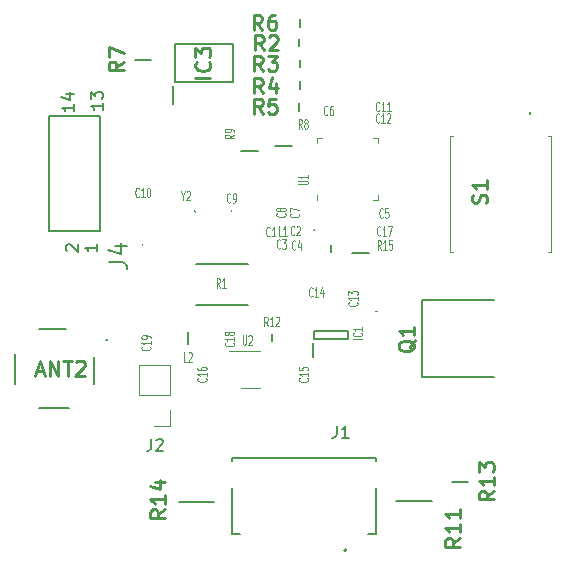
<source format=gbr>
%TF.GenerationSoftware,KiCad,Pcbnew,7.0.6*%
%TF.CreationDate,2023-08-07T11:18:25-05:00*%
%TF.ProjectId,mainv2,6d61696e-7632-42e6-9b69-6361645f7063,rev?*%
%TF.SameCoordinates,Original*%
%TF.FileFunction,Legend,Top*%
%TF.FilePolarity,Positive*%
%FSLAX46Y46*%
G04 Gerber Fmt 4.6, Leading zero omitted, Abs format (unit mm)*
G04 Created by KiCad (PCBNEW 7.0.6) date 2023-08-07 11:18:25*
%MOMM*%
%LPD*%
G01*
G04 APERTURE LIST*
%ADD10C,0.125000*%
%ADD11C,0.080000*%
%ADD12C,0.254000*%
%ADD13C,0.150000*%
%ADD14C,0.200000*%
%ADD15C,0.100000*%
%ADD16C,0.120000*%
%ADD17C,0.127000*%
G04 APERTURE END LIST*
D10*
X153666666Y-96127404D02*
X153642857Y-96165500D01*
X153642857Y-96165500D02*
X153571428Y-96203595D01*
X153571428Y-96203595D02*
X153523809Y-96203595D01*
X153523809Y-96203595D02*
X153452381Y-96165500D01*
X153452381Y-96165500D02*
X153404762Y-96089309D01*
X153404762Y-96089309D02*
X153380952Y-96013119D01*
X153380952Y-96013119D02*
X153357143Y-95860738D01*
X153357143Y-95860738D02*
X153357143Y-95746452D01*
X153357143Y-95746452D02*
X153380952Y-95594071D01*
X153380952Y-95594071D02*
X153404762Y-95517880D01*
X153404762Y-95517880D02*
X153452381Y-95441690D01*
X153452381Y-95441690D02*
X153523809Y-95403595D01*
X153523809Y-95403595D02*
X153571428Y-95403595D01*
X153571428Y-95403595D02*
X153642857Y-95441690D01*
X153642857Y-95441690D02*
X153666666Y-95479785D01*
X154095238Y-95670261D02*
X154095238Y-96203595D01*
X153976190Y-95365500D02*
X153857143Y-95936928D01*
X153857143Y-95936928D02*
X154166666Y-95936928D01*
X146077404Y-107091428D02*
X146115500Y-107115237D01*
X146115500Y-107115237D02*
X146153595Y-107186666D01*
X146153595Y-107186666D02*
X146153595Y-107234285D01*
X146153595Y-107234285D02*
X146115500Y-107305713D01*
X146115500Y-107305713D02*
X146039309Y-107353332D01*
X146039309Y-107353332D02*
X145963119Y-107377142D01*
X145963119Y-107377142D02*
X145810738Y-107400951D01*
X145810738Y-107400951D02*
X145696452Y-107400951D01*
X145696452Y-107400951D02*
X145544071Y-107377142D01*
X145544071Y-107377142D02*
X145467880Y-107353332D01*
X145467880Y-107353332D02*
X145391690Y-107305713D01*
X145391690Y-107305713D02*
X145353595Y-107234285D01*
X145353595Y-107234285D02*
X145353595Y-107186666D01*
X145353595Y-107186666D02*
X145391690Y-107115237D01*
X145391690Y-107115237D02*
X145429785Y-107091428D01*
X146153595Y-106615237D02*
X146153595Y-106900951D01*
X146153595Y-106758094D02*
X145353595Y-106758094D01*
X145353595Y-106758094D02*
X145467880Y-106805713D01*
X145467880Y-106805713D02*
X145544071Y-106853332D01*
X145544071Y-106853332D02*
X145582166Y-106900951D01*
X145353595Y-106186666D02*
X145353595Y-106281904D01*
X145353595Y-106281904D02*
X145391690Y-106329523D01*
X145391690Y-106329523D02*
X145429785Y-106353333D01*
X145429785Y-106353333D02*
X145544071Y-106400952D01*
X145544071Y-106400952D02*
X145696452Y-106424761D01*
X145696452Y-106424761D02*
X146001214Y-106424761D01*
X146001214Y-106424761D02*
X146077404Y-106400952D01*
X146077404Y-106400952D02*
X146115500Y-106377142D01*
X146115500Y-106377142D02*
X146153595Y-106329523D01*
X146153595Y-106329523D02*
X146153595Y-106234285D01*
X146153595Y-106234285D02*
X146115500Y-106186666D01*
X146115500Y-106186666D02*
X146077404Y-106162857D01*
X146077404Y-106162857D02*
X146001214Y-106139047D01*
X146001214Y-106139047D02*
X145810738Y-106139047D01*
X145810738Y-106139047D02*
X145734547Y-106162857D01*
X145734547Y-106162857D02*
X145696452Y-106186666D01*
X145696452Y-106186666D02*
X145658357Y-106234285D01*
X145658357Y-106234285D02*
X145658357Y-106329523D01*
X145658357Y-106329523D02*
X145696452Y-106377142D01*
X145696452Y-106377142D02*
X145734547Y-106400952D01*
X145734547Y-106400952D02*
X145810738Y-106424761D01*
X151486666Y-95007404D02*
X151462857Y-95045500D01*
X151462857Y-95045500D02*
X151391428Y-95083595D01*
X151391428Y-95083595D02*
X151343809Y-95083595D01*
X151343809Y-95083595D02*
X151272381Y-95045500D01*
X151272381Y-95045500D02*
X151224762Y-94969309D01*
X151224762Y-94969309D02*
X151200952Y-94893119D01*
X151200952Y-94893119D02*
X151177143Y-94740738D01*
X151177143Y-94740738D02*
X151177143Y-94626452D01*
X151177143Y-94626452D02*
X151200952Y-94474071D01*
X151200952Y-94474071D02*
X151224762Y-94397880D01*
X151224762Y-94397880D02*
X151272381Y-94321690D01*
X151272381Y-94321690D02*
X151343809Y-94283595D01*
X151343809Y-94283595D02*
X151391428Y-94283595D01*
X151391428Y-94283595D02*
X151462857Y-94321690D01*
X151462857Y-94321690D02*
X151486666Y-94359785D01*
X151962857Y-95083595D02*
X151677143Y-95083595D01*
X151820000Y-95083595D02*
X151820000Y-94283595D01*
X151820000Y-94283595D02*
X151772381Y-94397880D01*
X151772381Y-94397880D02*
X151724762Y-94474071D01*
X151724762Y-94474071D02*
X151677143Y-94512166D01*
X158847404Y-100661428D02*
X158885500Y-100685237D01*
X158885500Y-100685237D02*
X158923595Y-100756666D01*
X158923595Y-100756666D02*
X158923595Y-100804285D01*
X158923595Y-100804285D02*
X158885500Y-100875713D01*
X158885500Y-100875713D02*
X158809309Y-100923332D01*
X158809309Y-100923332D02*
X158733119Y-100947142D01*
X158733119Y-100947142D02*
X158580738Y-100970951D01*
X158580738Y-100970951D02*
X158466452Y-100970951D01*
X158466452Y-100970951D02*
X158314071Y-100947142D01*
X158314071Y-100947142D02*
X158237880Y-100923332D01*
X158237880Y-100923332D02*
X158161690Y-100875713D01*
X158161690Y-100875713D02*
X158123595Y-100804285D01*
X158123595Y-100804285D02*
X158123595Y-100756666D01*
X158123595Y-100756666D02*
X158161690Y-100685237D01*
X158161690Y-100685237D02*
X158199785Y-100661428D01*
X158923595Y-100185237D02*
X158923595Y-100470951D01*
X158923595Y-100328094D02*
X158123595Y-100328094D01*
X158123595Y-100328094D02*
X158237880Y-100375713D01*
X158237880Y-100375713D02*
X158314071Y-100423332D01*
X158314071Y-100423332D02*
X158352166Y-100470951D01*
X158123595Y-100018571D02*
X158123595Y-99709047D01*
X158123595Y-99709047D02*
X158428357Y-99875714D01*
X158428357Y-99875714D02*
X158428357Y-99804285D01*
X158428357Y-99804285D02*
X158466452Y-99756666D01*
X158466452Y-99756666D02*
X158504547Y-99732857D01*
X158504547Y-99732857D02*
X158580738Y-99709047D01*
X158580738Y-99709047D02*
X158771214Y-99709047D01*
X158771214Y-99709047D02*
X158847404Y-99732857D01*
X158847404Y-99732857D02*
X158885500Y-99756666D01*
X158885500Y-99756666D02*
X158923595Y-99804285D01*
X158923595Y-99804285D02*
X158923595Y-99947142D01*
X158923595Y-99947142D02*
X158885500Y-99994761D01*
X158885500Y-99994761D02*
X158847404Y-100018571D01*
X160768571Y-84397404D02*
X160744762Y-84435500D01*
X160744762Y-84435500D02*
X160673333Y-84473595D01*
X160673333Y-84473595D02*
X160625714Y-84473595D01*
X160625714Y-84473595D02*
X160554286Y-84435500D01*
X160554286Y-84435500D02*
X160506667Y-84359309D01*
X160506667Y-84359309D02*
X160482857Y-84283119D01*
X160482857Y-84283119D02*
X160459048Y-84130738D01*
X160459048Y-84130738D02*
X160459048Y-84016452D01*
X160459048Y-84016452D02*
X160482857Y-83864071D01*
X160482857Y-83864071D02*
X160506667Y-83787880D01*
X160506667Y-83787880D02*
X160554286Y-83711690D01*
X160554286Y-83711690D02*
X160625714Y-83673595D01*
X160625714Y-83673595D02*
X160673333Y-83673595D01*
X160673333Y-83673595D02*
X160744762Y-83711690D01*
X160744762Y-83711690D02*
X160768571Y-83749785D01*
X161244762Y-84473595D02*
X160959048Y-84473595D01*
X161101905Y-84473595D02*
X161101905Y-83673595D01*
X161101905Y-83673595D02*
X161054286Y-83787880D01*
X161054286Y-83787880D02*
X161006667Y-83864071D01*
X161006667Y-83864071D02*
X160959048Y-83902166D01*
X161720952Y-84473595D02*
X161435238Y-84473595D01*
X161578095Y-84473595D02*
X161578095Y-83673595D01*
X161578095Y-83673595D02*
X161530476Y-83787880D01*
X161530476Y-83787880D02*
X161482857Y-83864071D01*
X161482857Y-83864071D02*
X161435238Y-83902166D01*
D11*
X154679744Y-107081428D02*
X154717840Y-107105237D01*
X154717840Y-107105237D02*
X154755935Y-107176666D01*
X154755935Y-107176666D02*
X154755935Y-107224285D01*
X154755935Y-107224285D02*
X154717840Y-107295713D01*
X154717840Y-107295713D02*
X154641649Y-107343332D01*
X154641649Y-107343332D02*
X154565459Y-107367142D01*
X154565459Y-107367142D02*
X154413078Y-107390951D01*
X154413078Y-107390951D02*
X154298792Y-107390951D01*
X154298792Y-107390951D02*
X154146411Y-107367142D01*
X154146411Y-107367142D02*
X154070220Y-107343332D01*
X154070220Y-107343332D02*
X153994030Y-107295713D01*
X153994030Y-107295713D02*
X153955935Y-107224285D01*
X153955935Y-107224285D02*
X153955935Y-107176666D01*
X153955935Y-107176666D02*
X153994030Y-107105237D01*
X153994030Y-107105237D02*
X154032125Y-107081428D01*
X154755935Y-106605237D02*
X154755935Y-106890951D01*
X154755935Y-106748094D02*
X153955935Y-106748094D01*
X153955935Y-106748094D02*
X154070220Y-106795713D01*
X154070220Y-106795713D02*
X154146411Y-106843332D01*
X154146411Y-106843332D02*
X154184506Y-106890951D01*
X153955935Y-106152857D02*
X153955935Y-106390952D01*
X153955935Y-106390952D02*
X154336887Y-106414761D01*
X154336887Y-106414761D02*
X154298792Y-106390952D01*
X154298792Y-106390952D02*
X154260697Y-106343333D01*
X154260697Y-106343333D02*
X154260697Y-106224285D01*
X154260697Y-106224285D02*
X154298792Y-106176666D01*
X154298792Y-106176666D02*
X154336887Y-106152857D01*
X154336887Y-106152857D02*
X154413078Y-106129047D01*
X154413078Y-106129047D02*
X154603554Y-106129047D01*
X154603554Y-106129047D02*
X154679744Y-106152857D01*
X154679744Y-106152857D02*
X154717840Y-106176666D01*
X154717840Y-106176666D02*
X154755935Y-106224285D01*
X154755935Y-106224285D02*
X154755935Y-106343333D01*
X154755935Y-106343333D02*
X154717840Y-106390952D01*
X154717840Y-106390952D02*
X154679744Y-106414761D01*
D10*
X160758571Y-85367404D02*
X160734762Y-85405500D01*
X160734762Y-85405500D02*
X160663333Y-85443595D01*
X160663333Y-85443595D02*
X160615714Y-85443595D01*
X160615714Y-85443595D02*
X160544286Y-85405500D01*
X160544286Y-85405500D02*
X160496667Y-85329309D01*
X160496667Y-85329309D02*
X160472857Y-85253119D01*
X160472857Y-85253119D02*
X160449048Y-85100738D01*
X160449048Y-85100738D02*
X160449048Y-84986452D01*
X160449048Y-84986452D02*
X160472857Y-84834071D01*
X160472857Y-84834071D02*
X160496667Y-84757880D01*
X160496667Y-84757880D02*
X160544286Y-84681690D01*
X160544286Y-84681690D02*
X160615714Y-84643595D01*
X160615714Y-84643595D02*
X160663333Y-84643595D01*
X160663333Y-84643595D02*
X160734762Y-84681690D01*
X160734762Y-84681690D02*
X160758571Y-84719785D01*
X161234762Y-85443595D02*
X160949048Y-85443595D01*
X161091905Y-85443595D02*
X161091905Y-84643595D01*
X161091905Y-84643595D02*
X161044286Y-84757880D01*
X161044286Y-84757880D02*
X160996667Y-84834071D01*
X160996667Y-84834071D02*
X160949048Y-84872166D01*
X161425238Y-84719785D02*
X161449047Y-84681690D01*
X161449047Y-84681690D02*
X161496666Y-84643595D01*
X161496666Y-84643595D02*
X161615714Y-84643595D01*
X161615714Y-84643595D02*
X161663333Y-84681690D01*
X161663333Y-84681690D02*
X161687142Y-84719785D01*
X161687142Y-84719785D02*
X161710952Y-84795976D01*
X161710952Y-84795976D02*
X161710952Y-84872166D01*
X161710952Y-84872166D02*
X161687142Y-84986452D01*
X161687142Y-84986452D02*
X161401428Y-85443595D01*
X161401428Y-85443595D02*
X161710952Y-85443595D01*
D12*
X170474318Y-116616428D02*
X169869556Y-117039762D01*
X170474318Y-117342143D02*
X169204318Y-117342143D01*
X169204318Y-117342143D02*
X169204318Y-116858333D01*
X169204318Y-116858333D02*
X169264794Y-116737381D01*
X169264794Y-116737381D02*
X169325270Y-116676904D01*
X169325270Y-116676904D02*
X169446222Y-116616428D01*
X169446222Y-116616428D02*
X169627651Y-116616428D01*
X169627651Y-116616428D02*
X169748603Y-116676904D01*
X169748603Y-116676904D02*
X169809080Y-116737381D01*
X169809080Y-116737381D02*
X169869556Y-116858333D01*
X169869556Y-116858333D02*
X169869556Y-117342143D01*
X170474318Y-115406904D02*
X170474318Y-116132619D01*
X170474318Y-115769762D02*
X169204318Y-115769762D01*
X169204318Y-115769762D02*
X169385746Y-115890714D01*
X169385746Y-115890714D02*
X169506699Y-116011666D01*
X169506699Y-116011666D02*
X169567175Y-116132619D01*
X169204318Y-114983571D02*
X169204318Y-114197380D01*
X169204318Y-114197380D02*
X169688127Y-114620714D01*
X169688127Y-114620714D02*
X169688127Y-114439285D01*
X169688127Y-114439285D02*
X169748603Y-114318333D01*
X169748603Y-114318333D02*
X169809080Y-114257857D01*
X169809080Y-114257857D02*
X169930032Y-114197380D01*
X169930032Y-114197380D02*
X170232413Y-114197380D01*
X170232413Y-114197380D02*
X170353365Y-114257857D01*
X170353365Y-114257857D02*
X170413842Y-114318333D01*
X170413842Y-114318333D02*
X170474318Y-114439285D01*
X170474318Y-114439285D02*
X170474318Y-114802142D01*
X170474318Y-114802142D02*
X170413842Y-114923095D01*
X170413842Y-114923095D02*
X170353365Y-114983571D01*
D10*
X140408571Y-91677404D02*
X140384762Y-91715500D01*
X140384762Y-91715500D02*
X140313333Y-91753595D01*
X140313333Y-91753595D02*
X140265714Y-91753595D01*
X140265714Y-91753595D02*
X140194286Y-91715500D01*
X140194286Y-91715500D02*
X140146667Y-91639309D01*
X140146667Y-91639309D02*
X140122857Y-91563119D01*
X140122857Y-91563119D02*
X140099048Y-91410738D01*
X140099048Y-91410738D02*
X140099048Y-91296452D01*
X140099048Y-91296452D02*
X140122857Y-91144071D01*
X140122857Y-91144071D02*
X140146667Y-91067880D01*
X140146667Y-91067880D02*
X140194286Y-90991690D01*
X140194286Y-90991690D02*
X140265714Y-90953595D01*
X140265714Y-90953595D02*
X140313333Y-90953595D01*
X140313333Y-90953595D02*
X140384762Y-90991690D01*
X140384762Y-90991690D02*
X140408571Y-91029785D01*
X140884762Y-91753595D02*
X140599048Y-91753595D01*
X140741905Y-91753595D02*
X140741905Y-90953595D01*
X140741905Y-90953595D02*
X140694286Y-91067880D01*
X140694286Y-91067880D02*
X140646667Y-91144071D01*
X140646667Y-91144071D02*
X140599048Y-91182166D01*
X141194285Y-90953595D02*
X141241904Y-90953595D01*
X141241904Y-90953595D02*
X141289523Y-90991690D01*
X141289523Y-90991690D02*
X141313333Y-91029785D01*
X141313333Y-91029785D02*
X141337142Y-91105976D01*
X141337142Y-91105976D02*
X141360952Y-91258357D01*
X141360952Y-91258357D02*
X141360952Y-91448833D01*
X141360952Y-91448833D02*
X141337142Y-91601214D01*
X141337142Y-91601214D02*
X141313333Y-91677404D01*
X141313333Y-91677404D02*
X141289523Y-91715500D01*
X141289523Y-91715500D02*
X141241904Y-91753595D01*
X141241904Y-91753595D02*
X141194285Y-91753595D01*
X141194285Y-91753595D02*
X141146666Y-91715500D01*
X141146666Y-91715500D02*
X141122857Y-91677404D01*
X141122857Y-91677404D02*
X141099047Y-91601214D01*
X141099047Y-91601214D02*
X141075238Y-91448833D01*
X141075238Y-91448833D02*
X141075238Y-91258357D01*
X141075238Y-91258357D02*
X141099047Y-91105976D01*
X141099047Y-91105976D02*
X141122857Y-91029785D01*
X141122857Y-91029785D02*
X141146666Y-90991690D01*
X141146666Y-90991690D02*
X141194285Y-90953595D01*
X160908571Y-96193595D02*
X160741905Y-95812642D01*
X160622857Y-96193595D02*
X160622857Y-95393595D01*
X160622857Y-95393595D02*
X160813333Y-95393595D01*
X160813333Y-95393595D02*
X160860952Y-95431690D01*
X160860952Y-95431690D02*
X160884762Y-95469785D01*
X160884762Y-95469785D02*
X160908571Y-95545976D01*
X160908571Y-95545976D02*
X160908571Y-95660261D01*
X160908571Y-95660261D02*
X160884762Y-95736452D01*
X160884762Y-95736452D02*
X160860952Y-95774547D01*
X160860952Y-95774547D02*
X160813333Y-95812642D01*
X160813333Y-95812642D02*
X160622857Y-95812642D01*
X161384762Y-96193595D02*
X161099048Y-96193595D01*
X161241905Y-96193595D02*
X161241905Y-95393595D01*
X161241905Y-95393595D02*
X161194286Y-95507880D01*
X161194286Y-95507880D02*
X161146667Y-95584071D01*
X161146667Y-95584071D02*
X161099048Y-95622166D01*
X161837142Y-95393595D02*
X161599047Y-95393595D01*
X161599047Y-95393595D02*
X161575238Y-95774547D01*
X161575238Y-95774547D02*
X161599047Y-95736452D01*
X161599047Y-95736452D02*
X161646666Y-95698357D01*
X161646666Y-95698357D02*
X161765714Y-95698357D01*
X161765714Y-95698357D02*
X161813333Y-95736452D01*
X161813333Y-95736452D02*
X161837142Y-95774547D01*
X161837142Y-95774547D02*
X161860952Y-95850738D01*
X161860952Y-95850738D02*
X161860952Y-96041214D01*
X161860952Y-96041214D02*
X161837142Y-96117404D01*
X161837142Y-96117404D02*
X161813333Y-96155500D01*
X161813333Y-96155500D02*
X161765714Y-96193595D01*
X161765714Y-96193595D02*
X161646666Y-96193595D01*
X161646666Y-96193595D02*
X161599047Y-96155500D01*
X161599047Y-96155500D02*
X161575238Y-96117404D01*
X161066666Y-93417404D02*
X161042857Y-93455500D01*
X161042857Y-93455500D02*
X160971428Y-93493595D01*
X160971428Y-93493595D02*
X160923809Y-93493595D01*
X160923809Y-93493595D02*
X160852381Y-93455500D01*
X160852381Y-93455500D02*
X160804762Y-93379309D01*
X160804762Y-93379309D02*
X160780952Y-93303119D01*
X160780952Y-93303119D02*
X160757143Y-93150738D01*
X160757143Y-93150738D02*
X160757143Y-93036452D01*
X160757143Y-93036452D02*
X160780952Y-92884071D01*
X160780952Y-92884071D02*
X160804762Y-92807880D01*
X160804762Y-92807880D02*
X160852381Y-92731690D01*
X160852381Y-92731690D02*
X160923809Y-92693595D01*
X160923809Y-92693595D02*
X160971428Y-92693595D01*
X160971428Y-92693595D02*
X161042857Y-92731690D01*
X161042857Y-92731690D02*
X161066666Y-92769785D01*
X161519047Y-92693595D02*
X161280952Y-92693595D01*
X161280952Y-92693595D02*
X161257143Y-93074547D01*
X161257143Y-93074547D02*
X161280952Y-93036452D01*
X161280952Y-93036452D02*
X161328571Y-92998357D01*
X161328571Y-92998357D02*
X161447619Y-92998357D01*
X161447619Y-92998357D02*
X161495238Y-93036452D01*
X161495238Y-93036452D02*
X161519047Y-93074547D01*
X161519047Y-93074547D02*
X161542857Y-93150738D01*
X161542857Y-93150738D02*
X161542857Y-93341214D01*
X161542857Y-93341214D02*
X161519047Y-93417404D01*
X161519047Y-93417404D02*
X161495238Y-93455500D01*
X161495238Y-93455500D02*
X161447619Y-93493595D01*
X161447619Y-93493595D02*
X161328571Y-93493595D01*
X161328571Y-93493595D02*
X161280952Y-93455500D01*
X161280952Y-93455500D02*
X161257143Y-93417404D01*
D12*
X169803842Y-92257619D02*
X169864318Y-92076190D01*
X169864318Y-92076190D02*
X169864318Y-91773809D01*
X169864318Y-91773809D02*
X169803842Y-91652857D01*
X169803842Y-91652857D02*
X169743365Y-91592381D01*
X169743365Y-91592381D02*
X169622413Y-91531904D01*
X169622413Y-91531904D02*
X169501461Y-91531904D01*
X169501461Y-91531904D02*
X169380508Y-91592381D01*
X169380508Y-91592381D02*
X169320032Y-91652857D01*
X169320032Y-91652857D02*
X169259556Y-91773809D01*
X169259556Y-91773809D02*
X169199080Y-92015714D01*
X169199080Y-92015714D02*
X169138603Y-92136666D01*
X169138603Y-92136666D02*
X169078127Y-92197143D01*
X169078127Y-92197143D02*
X168957175Y-92257619D01*
X168957175Y-92257619D02*
X168836222Y-92257619D01*
X168836222Y-92257619D02*
X168715270Y-92197143D01*
X168715270Y-92197143D02*
X168654794Y-92136666D01*
X168654794Y-92136666D02*
X168594318Y-92015714D01*
X168594318Y-92015714D02*
X168594318Y-91713333D01*
X168594318Y-91713333D02*
X168654794Y-91531904D01*
X169864318Y-90322380D02*
X169864318Y-91048095D01*
X169864318Y-90685238D02*
X168594318Y-90685238D01*
X168594318Y-90685238D02*
X168775746Y-90806190D01*
X168775746Y-90806190D02*
X168896699Y-90927142D01*
X168896699Y-90927142D02*
X168957175Y-91048095D01*
D10*
X155108571Y-100097404D02*
X155084762Y-100135500D01*
X155084762Y-100135500D02*
X155013333Y-100173595D01*
X155013333Y-100173595D02*
X154965714Y-100173595D01*
X154965714Y-100173595D02*
X154894286Y-100135500D01*
X154894286Y-100135500D02*
X154846667Y-100059309D01*
X154846667Y-100059309D02*
X154822857Y-99983119D01*
X154822857Y-99983119D02*
X154799048Y-99830738D01*
X154799048Y-99830738D02*
X154799048Y-99716452D01*
X154799048Y-99716452D02*
X154822857Y-99564071D01*
X154822857Y-99564071D02*
X154846667Y-99487880D01*
X154846667Y-99487880D02*
X154894286Y-99411690D01*
X154894286Y-99411690D02*
X154965714Y-99373595D01*
X154965714Y-99373595D02*
X155013333Y-99373595D01*
X155013333Y-99373595D02*
X155084762Y-99411690D01*
X155084762Y-99411690D02*
X155108571Y-99449785D01*
X155584762Y-100173595D02*
X155299048Y-100173595D01*
X155441905Y-100173595D02*
X155441905Y-99373595D01*
X155441905Y-99373595D02*
X155394286Y-99487880D01*
X155394286Y-99487880D02*
X155346667Y-99564071D01*
X155346667Y-99564071D02*
X155299048Y-99602166D01*
X156013333Y-99640261D02*
X156013333Y-100173595D01*
X155894285Y-99335500D02*
X155775238Y-99906928D01*
X155775238Y-99906928D02*
X156084761Y-99906928D01*
X144141905Y-91632642D02*
X144141905Y-92013595D01*
X143975239Y-91213595D02*
X144141905Y-91632642D01*
X144141905Y-91632642D02*
X144308572Y-91213595D01*
X144451429Y-91289785D02*
X144475238Y-91251690D01*
X144475238Y-91251690D02*
X144522857Y-91213595D01*
X144522857Y-91213595D02*
X144641905Y-91213595D01*
X144641905Y-91213595D02*
X144689524Y-91251690D01*
X144689524Y-91251690D02*
X144713333Y-91289785D01*
X144713333Y-91289785D02*
X144737143Y-91365976D01*
X144737143Y-91365976D02*
X144737143Y-91442166D01*
X144737143Y-91442166D02*
X144713333Y-91556452D01*
X144713333Y-91556452D02*
X144427619Y-92013595D01*
X144427619Y-92013595D02*
X144737143Y-92013595D01*
D13*
X141446666Y-112229819D02*
X141446666Y-112944104D01*
X141446666Y-112944104D02*
X141399047Y-113086961D01*
X141399047Y-113086961D02*
X141303809Y-113182200D01*
X141303809Y-113182200D02*
X141160952Y-113229819D01*
X141160952Y-113229819D02*
X141065714Y-113229819D01*
X141875238Y-112325057D02*
X141922857Y-112277438D01*
X141922857Y-112277438D02*
X142018095Y-112229819D01*
X142018095Y-112229819D02*
X142256190Y-112229819D01*
X142256190Y-112229819D02*
X142351428Y-112277438D01*
X142351428Y-112277438D02*
X142399047Y-112325057D01*
X142399047Y-112325057D02*
X142446666Y-112420295D01*
X142446666Y-112420295D02*
X142446666Y-112515533D01*
X142446666Y-112515533D02*
X142399047Y-112658390D01*
X142399047Y-112658390D02*
X141827619Y-113229819D01*
X141827619Y-113229819D02*
X142446666Y-113229819D01*
D10*
X148473595Y-86453333D02*
X148092642Y-86619999D01*
X148473595Y-86739047D02*
X147673595Y-86739047D01*
X147673595Y-86739047D02*
X147673595Y-86548571D01*
X147673595Y-86548571D02*
X147711690Y-86500952D01*
X147711690Y-86500952D02*
X147749785Y-86477142D01*
X147749785Y-86477142D02*
X147825976Y-86453333D01*
X147825976Y-86453333D02*
X147940261Y-86453333D01*
X147940261Y-86453333D02*
X148016452Y-86477142D01*
X148016452Y-86477142D02*
X148054547Y-86500952D01*
X148054547Y-86500952D02*
X148092642Y-86548571D01*
X148092642Y-86548571D02*
X148092642Y-86739047D01*
X148473595Y-86215237D02*
X148473595Y-86119999D01*
X148473595Y-86119999D02*
X148435500Y-86072380D01*
X148435500Y-86072380D02*
X148397404Y-86048571D01*
X148397404Y-86048571D02*
X148283119Y-86000952D01*
X148283119Y-86000952D02*
X148130738Y-85977142D01*
X148130738Y-85977142D02*
X147825976Y-85977142D01*
X147825976Y-85977142D02*
X147749785Y-86000952D01*
X147749785Y-86000952D02*
X147711690Y-86024761D01*
X147711690Y-86024761D02*
X147673595Y-86072380D01*
X147673595Y-86072380D02*
X147673595Y-86167618D01*
X147673595Y-86167618D02*
X147711690Y-86215237D01*
X147711690Y-86215237D02*
X147749785Y-86239047D01*
X147749785Y-86239047D02*
X147825976Y-86262856D01*
X147825976Y-86262856D02*
X148016452Y-86262856D01*
X148016452Y-86262856D02*
X148092642Y-86239047D01*
X148092642Y-86239047D02*
X148130738Y-86215237D01*
X148130738Y-86215237D02*
X148168833Y-86167618D01*
X148168833Y-86167618D02*
X148168833Y-86072380D01*
X148168833Y-86072380D02*
X148130738Y-86024761D01*
X148130738Y-86024761D02*
X148092642Y-86000952D01*
X148092642Y-86000952D02*
X148016452Y-85977142D01*
D12*
X150968333Y-79304318D02*
X150544999Y-78699556D01*
X150242618Y-79304318D02*
X150242618Y-78034318D01*
X150242618Y-78034318D02*
X150726428Y-78034318D01*
X150726428Y-78034318D02*
X150847380Y-78094794D01*
X150847380Y-78094794D02*
X150907857Y-78155270D01*
X150907857Y-78155270D02*
X150968333Y-78276222D01*
X150968333Y-78276222D02*
X150968333Y-78457651D01*
X150968333Y-78457651D02*
X150907857Y-78578603D01*
X150907857Y-78578603D02*
X150847380Y-78639080D01*
X150847380Y-78639080D02*
X150726428Y-78699556D01*
X150726428Y-78699556D02*
X150242618Y-78699556D01*
X151452142Y-78155270D02*
X151512618Y-78094794D01*
X151512618Y-78094794D02*
X151633571Y-78034318D01*
X151633571Y-78034318D02*
X151935952Y-78034318D01*
X151935952Y-78034318D02*
X152056904Y-78094794D01*
X152056904Y-78094794D02*
X152117380Y-78155270D01*
X152117380Y-78155270D02*
X152177857Y-78276222D01*
X152177857Y-78276222D02*
X152177857Y-78397175D01*
X152177857Y-78397175D02*
X152117380Y-78578603D01*
X152117380Y-78578603D02*
X151391666Y-79304318D01*
X151391666Y-79304318D02*
X152177857Y-79304318D01*
D10*
X153576666Y-94907404D02*
X153552857Y-94945500D01*
X153552857Y-94945500D02*
X153481428Y-94983595D01*
X153481428Y-94983595D02*
X153433809Y-94983595D01*
X153433809Y-94983595D02*
X153362381Y-94945500D01*
X153362381Y-94945500D02*
X153314762Y-94869309D01*
X153314762Y-94869309D02*
X153290952Y-94793119D01*
X153290952Y-94793119D02*
X153267143Y-94640738D01*
X153267143Y-94640738D02*
X153267143Y-94526452D01*
X153267143Y-94526452D02*
X153290952Y-94374071D01*
X153290952Y-94374071D02*
X153314762Y-94297880D01*
X153314762Y-94297880D02*
X153362381Y-94221690D01*
X153362381Y-94221690D02*
X153433809Y-94183595D01*
X153433809Y-94183595D02*
X153481428Y-94183595D01*
X153481428Y-94183595D02*
X153552857Y-94221690D01*
X153552857Y-94221690D02*
X153576666Y-94259785D01*
X153767143Y-94259785D02*
X153790952Y-94221690D01*
X153790952Y-94221690D02*
X153838571Y-94183595D01*
X153838571Y-94183595D02*
X153957619Y-94183595D01*
X153957619Y-94183595D02*
X154005238Y-94221690D01*
X154005238Y-94221690D02*
X154029047Y-94259785D01*
X154029047Y-94259785D02*
X154052857Y-94335976D01*
X154052857Y-94335976D02*
X154052857Y-94412166D01*
X154052857Y-94412166D02*
X154029047Y-94526452D01*
X154029047Y-94526452D02*
X153743333Y-94983595D01*
X153743333Y-94983595D02*
X154052857Y-94983595D01*
D12*
X167614318Y-120606428D02*
X167009556Y-121029762D01*
X167614318Y-121332143D02*
X166344318Y-121332143D01*
X166344318Y-121332143D02*
X166344318Y-120848333D01*
X166344318Y-120848333D02*
X166404794Y-120727381D01*
X166404794Y-120727381D02*
X166465270Y-120666904D01*
X166465270Y-120666904D02*
X166586222Y-120606428D01*
X166586222Y-120606428D02*
X166767651Y-120606428D01*
X166767651Y-120606428D02*
X166888603Y-120666904D01*
X166888603Y-120666904D02*
X166949080Y-120727381D01*
X166949080Y-120727381D02*
X167009556Y-120848333D01*
X167009556Y-120848333D02*
X167009556Y-121332143D01*
X167614318Y-119396904D02*
X167614318Y-120122619D01*
X167614318Y-119759762D02*
X166344318Y-119759762D01*
X166344318Y-119759762D02*
X166525746Y-119880714D01*
X166525746Y-119880714D02*
X166646699Y-120001666D01*
X166646699Y-120001666D02*
X166707175Y-120122619D01*
X167614318Y-118187380D02*
X167614318Y-118913095D01*
X167614318Y-118550238D02*
X166344318Y-118550238D01*
X166344318Y-118550238D02*
X166525746Y-118671190D01*
X166525746Y-118671190D02*
X166646699Y-118792142D01*
X166646699Y-118792142D02*
X166707175Y-118913095D01*
X139114318Y-80281666D02*
X138509556Y-80705000D01*
X139114318Y-81007381D02*
X137844318Y-81007381D01*
X137844318Y-81007381D02*
X137844318Y-80523571D01*
X137844318Y-80523571D02*
X137904794Y-80402619D01*
X137904794Y-80402619D02*
X137965270Y-80342142D01*
X137965270Y-80342142D02*
X138086222Y-80281666D01*
X138086222Y-80281666D02*
X138267651Y-80281666D01*
X138267651Y-80281666D02*
X138388603Y-80342142D01*
X138388603Y-80342142D02*
X138449080Y-80402619D01*
X138449080Y-80402619D02*
X138509556Y-80523571D01*
X138509556Y-80523571D02*
X138509556Y-81007381D01*
X137844318Y-79858333D02*
X137844318Y-79011666D01*
X137844318Y-79011666D02*
X139114318Y-79555952D01*
D10*
X156376666Y-84717404D02*
X156352857Y-84755500D01*
X156352857Y-84755500D02*
X156281428Y-84793595D01*
X156281428Y-84793595D02*
X156233809Y-84793595D01*
X156233809Y-84793595D02*
X156162381Y-84755500D01*
X156162381Y-84755500D02*
X156114762Y-84679309D01*
X156114762Y-84679309D02*
X156090952Y-84603119D01*
X156090952Y-84603119D02*
X156067143Y-84450738D01*
X156067143Y-84450738D02*
X156067143Y-84336452D01*
X156067143Y-84336452D02*
X156090952Y-84184071D01*
X156090952Y-84184071D02*
X156114762Y-84107880D01*
X156114762Y-84107880D02*
X156162381Y-84031690D01*
X156162381Y-84031690D02*
X156233809Y-83993595D01*
X156233809Y-83993595D02*
X156281428Y-83993595D01*
X156281428Y-83993595D02*
X156352857Y-84031690D01*
X156352857Y-84031690D02*
X156376666Y-84069785D01*
X156805238Y-83993595D02*
X156710000Y-83993595D01*
X156710000Y-83993595D02*
X156662381Y-84031690D01*
X156662381Y-84031690D02*
X156638571Y-84069785D01*
X156638571Y-84069785D02*
X156590952Y-84184071D01*
X156590952Y-84184071D02*
X156567143Y-84336452D01*
X156567143Y-84336452D02*
X156567143Y-84641214D01*
X156567143Y-84641214D02*
X156590952Y-84717404D01*
X156590952Y-84717404D02*
X156614762Y-84755500D01*
X156614762Y-84755500D02*
X156662381Y-84793595D01*
X156662381Y-84793595D02*
X156757619Y-84793595D01*
X156757619Y-84793595D02*
X156805238Y-84755500D01*
X156805238Y-84755500D02*
X156829047Y-84717404D01*
X156829047Y-84717404D02*
X156852857Y-84641214D01*
X156852857Y-84641214D02*
X156852857Y-84450738D01*
X156852857Y-84450738D02*
X156829047Y-84374547D01*
X156829047Y-84374547D02*
X156805238Y-84336452D01*
X156805238Y-84336452D02*
X156757619Y-84298357D01*
X156757619Y-84298357D02*
X156662381Y-84298357D01*
X156662381Y-84298357D02*
X156614762Y-84336452D01*
X156614762Y-84336452D02*
X156590952Y-84374547D01*
X156590952Y-84374547D02*
X156567143Y-84450738D01*
X151318571Y-102663595D02*
X151151905Y-102282642D01*
X151032857Y-102663595D02*
X151032857Y-101863595D01*
X151032857Y-101863595D02*
X151223333Y-101863595D01*
X151223333Y-101863595D02*
X151270952Y-101901690D01*
X151270952Y-101901690D02*
X151294762Y-101939785D01*
X151294762Y-101939785D02*
X151318571Y-102015976D01*
X151318571Y-102015976D02*
X151318571Y-102130261D01*
X151318571Y-102130261D02*
X151294762Y-102206452D01*
X151294762Y-102206452D02*
X151270952Y-102244547D01*
X151270952Y-102244547D02*
X151223333Y-102282642D01*
X151223333Y-102282642D02*
X151032857Y-102282642D01*
X151794762Y-102663595D02*
X151509048Y-102663595D01*
X151651905Y-102663595D02*
X151651905Y-101863595D01*
X151651905Y-101863595D02*
X151604286Y-101977880D01*
X151604286Y-101977880D02*
X151556667Y-102054071D01*
X151556667Y-102054071D02*
X151509048Y-102092166D01*
X151985238Y-101939785D02*
X152009047Y-101901690D01*
X152009047Y-101901690D02*
X152056666Y-101863595D01*
X152056666Y-101863595D02*
X152175714Y-101863595D01*
X152175714Y-101863595D02*
X152223333Y-101901690D01*
X152223333Y-101901690D02*
X152247142Y-101939785D01*
X152247142Y-101939785D02*
X152270952Y-102015976D01*
X152270952Y-102015976D02*
X152270952Y-102092166D01*
X152270952Y-102092166D02*
X152247142Y-102206452D01*
X152247142Y-102206452D02*
X151961428Y-102663595D01*
X151961428Y-102663595D02*
X152270952Y-102663595D01*
X159313595Y-103758094D02*
X158513595Y-103758094D01*
X159237404Y-103234285D02*
X159275500Y-103258094D01*
X159275500Y-103258094D02*
X159313595Y-103329523D01*
X159313595Y-103329523D02*
X159313595Y-103377142D01*
X159313595Y-103377142D02*
X159275500Y-103448570D01*
X159275500Y-103448570D02*
X159199309Y-103496189D01*
X159199309Y-103496189D02*
X159123119Y-103519999D01*
X159123119Y-103519999D02*
X158970738Y-103543808D01*
X158970738Y-103543808D02*
X158856452Y-103543808D01*
X158856452Y-103543808D02*
X158704071Y-103519999D01*
X158704071Y-103519999D02*
X158627880Y-103496189D01*
X158627880Y-103496189D02*
X158551690Y-103448570D01*
X158551690Y-103448570D02*
X158513595Y-103377142D01*
X158513595Y-103377142D02*
X158513595Y-103329523D01*
X158513595Y-103329523D02*
X158551690Y-103258094D01*
X158551690Y-103258094D02*
X158589785Y-103234285D01*
X159313595Y-102758094D02*
X159313595Y-103043808D01*
X159313595Y-102900951D02*
X158513595Y-102900951D01*
X158513595Y-102900951D02*
X158627880Y-102948570D01*
X158627880Y-102948570D02*
X158704071Y-102996189D01*
X158704071Y-102996189D02*
X158742166Y-103043808D01*
D12*
X163788270Y-103860952D02*
X163727794Y-103981904D01*
X163727794Y-103981904D02*
X163606842Y-104102857D01*
X163606842Y-104102857D02*
X163425413Y-104284285D01*
X163425413Y-104284285D02*
X163364937Y-104405238D01*
X163364937Y-104405238D02*
X163364937Y-104526190D01*
X163667318Y-104465714D02*
X163606842Y-104586666D01*
X163606842Y-104586666D02*
X163485889Y-104707619D01*
X163485889Y-104707619D02*
X163243984Y-104768095D01*
X163243984Y-104768095D02*
X162820651Y-104768095D01*
X162820651Y-104768095D02*
X162578746Y-104707619D01*
X162578746Y-104707619D02*
X162457794Y-104586666D01*
X162457794Y-104586666D02*
X162397318Y-104465714D01*
X162397318Y-104465714D02*
X162397318Y-104223809D01*
X162397318Y-104223809D02*
X162457794Y-104102857D01*
X162457794Y-104102857D02*
X162578746Y-103981904D01*
X162578746Y-103981904D02*
X162820651Y-103921428D01*
X162820651Y-103921428D02*
X163243984Y-103921428D01*
X163243984Y-103921428D02*
X163485889Y-103981904D01*
X163485889Y-103981904D02*
X163606842Y-104102857D01*
X163606842Y-104102857D02*
X163667318Y-104223809D01*
X163667318Y-104223809D02*
X163667318Y-104465714D01*
X163667318Y-102711904D02*
X163667318Y-103437619D01*
X163667318Y-103074762D02*
X162397318Y-103074762D01*
X162397318Y-103074762D02*
X162578746Y-103195714D01*
X162578746Y-103195714D02*
X162699699Y-103316666D01*
X162699699Y-103316666D02*
X162760175Y-103437619D01*
D10*
X148387404Y-104081428D02*
X148425500Y-104105237D01*
X148425500Y-104105237D02*
X148463595Y-104176666D01*
X148463595Y-104176666D02*
X148463595Y-104224285D01*
X148463595Y-104224285D02*
X148425500Y-104295713D01*
X148425500Y-104295713D02*
X148349309Y-104343332D01*
X148349309Y-104343332D02*
X148273119Y-104367142D01*
X148273119Y-104367142D02*
X148120738Y-104390951D01*
X148120738Y-104390951D02*
X148006452Y-104390951D01*
X148006452Y-104390951D02*
X147854071Y-104367142D01*
X147854071Y-104367142D02*
X147777880Y-104343332D01*
X147777880Y-104343332D02*
X147701690Y-104295713D01*
X147701690Y-104295713D02*
X147663595Y-104224285D01*
X147663595Y-104224285D02*
X147663595Y-104176666D01*
X147663595Y-104176666D02*
X147701690Y-104105237D01*
X147701690Y-104105237D02*
X147739785Y-104081428D01*
X148463595Y-103605237D02*
X148463595Y-103890951D01*
X148463595Y-103748094D02*
X147663595Y-103748094D01*
X147663595Y-103748094D02*
X147777880Y-103795713D01*
X147777880Y-103795713D02*
X147854071Y-103843332D01*
X147854071Y-103843332D02*
X147892166Y-103890951D01*
X148006452Y-103319523D02*
X147968357Y-103367142D01*
X147968357Y-103367142D02*
X147930261Y-103390952D01*
X147930261Y-103390952D02*
X147854071Y-103414761D01*
X147854071Y-103414761D02*
X147815976Y-103414761D01*
X147815976Y-103414761D02*
X147739785Y-103390952D01*
X147739785Y-103390952D02*
X147701690Y-103367142D01*
X147701690Y-103367142D02*
X147663595Y-103319523D01*
X147663595Y-103319523D02*
X147663595Y-103224285D01*
X147663595Y-103224285D02*
X147701690Y-103176666D01*
X147701690Y-103176666D02*
X147739785Y-103152857D01*
X147739785Y-103152857D02*
X147815976Y-103129047D01*
X147815976Y-103129047D02*
X147854071Y-103129047D01*
X147854071Y-103129047D02*
X147930261Y-103152857D01*
X147930261Y-103152857D02*
X147968357Y-103176666D01*
X147968357Y-103176666D02*
X148006452Y-103224285D01*
X148006452Y-103224285D02*
X148006452Y-103319523D01*
X148006452Y-103319523D02*
X148044547Y-103367142D01*
X148044547Y-103367142D02*
X148082642Y-103390952D01*
X148082642Y-103390952D02*
X148158833Y-103414761D01*
X148158833Y-103414761D02*
X148311214Y-103414761D01*
X148311214Y-103414761D02*
X148387404Y-103390952D01*
X148387404Y-103390952D02*
X148425500Y-103367142D01*
X148425500Y-103367142D02*
X148463595Y-103319523D01*
X148463595Y-103319523D02*
X148463595Y-103224285D01*
X148463595Y-103224285D02*
X148425500Y-103176666D01*
X148425500Y-103176666D02*
X148387404Y-103152857D01*
X148387404Y-103152857D02*
X148311214Y-103129047D01*
X148311214Y-103129047D02*
X148158833Y-103129047D01*
X148158833Y-103129047D02*
X148082642Y-103152857D01*
X148082642Y-103152857D02*
X148044547Y-103176666D01*
X148044547Y-103176666D02*
X148006452Y-103224285D01*
X148146666Y-92137404D02*
X148122857Y-92175500D01*
X148122857Y-92175500D02*
X148051428Y-92213595D01*
X148051428Y-92213595D02*
X148003809Y-92213595D01*
X148003809Y-92213595D02*
X147932381Y-92175500D01*
X147932381Y-92175500D02*
X147884762Y-92099309D01*
X147884762Y-92099309D02*
X147860952Y-92023119D01*
X147860952Y-92023119D02*
X147837143Y-91870738D01*
X147837143Y-91870738D02*
X147837143Y-91756452D01*
X147837143Y-91756452D02*
X147860952Y-91604071D01*
X147860952Y-91604071D02*
X147884762Y-91527880D01*
X147884762Y-91527880D02*
X147932381Y-91451690D01*
X147932381Y-91451690D02*
X148003809Y-91413595D01*
X148003809Y-91413595D02*
X148051428Y-91413595D01*
X148051428Y-91413595D02*
X148122857Y-91451690D01*
X148122857Y-91451690D02*
X148146666Y-91489785D01*
X148384762Y-92213595D02*
X148480000Y-92213595D01*
X148480000Y-92213595D02*
X148527619Y-92175500D01*
X148527619Y-92175500D02*
X148551428Y-92137404D01*
X148551428Y-92137404D02*
X148599047Y-92023119D01*
X148599047Y-92023119D02*
X148622857Y-91870738D01*
X148622857Y-91870738D02*
X148622857Y-91565976D01*
X148622857Y-91565976D02*
X148599047Y-91489785D01*
X148599047Y-91489785D02*
X148575238Y-91451690D01*
X148575238Y-91451690D02*
X148527619Y-91413595D01*
X148527619Y-91413595D02*
X148432381Y-91413595D01*
X148432381Y-91413595D02*
X148384762Y-91451690D01*
X148384762Y-91451690D02*
X148360952Y-91489785D01*
X148360952Y-91489785D02*
X148337143Y-91565976D01*
X148337143Y-91565976D02*
X148337143Y-91756452D01*
X148337143Y-91756452D02*
X148360952Y-91832642D01*
X148360952Y-91832642D02*
X148384762Y-91870738D01*
X148384762Y-91870738D02*
X148432381Y-91908833D01*
X148432381Y-91908833D02*
X148527619Y-91908833D01*
X148527619Y-91908833D02*
X148575238Y-91870738D01*
X148575238Y-91870738D02*
X148599047Y-91832642D01*
X148599047Y-91832642D02*
X148622857Y-91756452D01*
D13*
X137895628Y-97223499D02*
X138967057Y-97223499D01*
X138967057Y-97223499D02*
X139181342Y-97294928D01*
X139181342Y-97294928D02*
X139324200Y-97437785D01*
X139324200Y-97437785D02*
X139395628Y-97652071D01*
X139395628Y-97652071D02*
X139395628Y-97794928D01*
X138395628Y-95866357D02*
X139395628Y-95866357D01*
X137824200Y-96223499D02*
X138895628Y-96580642D01*
X138895628Y-96580642D02*
X138895628Y-95652071D01*
X136847819Y-95739285D02*
X136847819Y-96310713D01*
X136847819Y-96024999D02*
X135847819Y-96024999D01*
X135847819Y-96024999D02*
X135990676Y-96120237D01*
X135990676Y-96120237D02*
X136085914Y-96215475D01*
X136085914Y-96215475D02*
X136133533Y-96310713D01*
X134884819Y-83880476D02*
X134884819Y-84451904D01*
X134884819Y-84166190D02*
X133884819Y-84166190D01*
X133884819Y-84166190D02*
X134027676Y-84261428D01*
X134027676Y-84261428D02*
X134122914Y-84356666D01*
X134122914Y-84356666D02*
X134170533Y-84451904D01*
X134218152Y-83023333D02*
X134884819Y-83023333D01*
X133837200Y-83261428D02*
X134551485Y-83499523D01*
X134551485Y-83499523D02*
X134551485Y-82880476D01*
X134317057Y-96310713D02*
X134269438Y-96263094D01*
X134269438Y-96263094D02*
X134221819Y-96167856D01*
X134221819Y-96167856D02*
X134221819Y-95929761D01*
X134221819Y-95929761D02*
X134269438Y-95834523D01*
X134269438Y-95834523D02*
X134317057Y-95786904D01*
X134317057Y-95786904D02*
X134412295Y-95739285D01*
X134412295Y-95739285D02*
X134507533Y-95739285D01*
X134507533Y-95739285D02*
X134650390Y-95786904D01*
X134650390Y-95786904D02*
X135221819Y-96358332D01*
X135221819Y-96358332D02*
X135221819Y-95739285D01*
X137344819Y-83780476D02*
X137344819Y-84351904D01*
X137344819Y-84066190D02*
X136344819Y-84066190D01*
X136344819Y-84066190D02*
X136487676Y-84161428D01*
X136487676Y-84161428D02*
X136582914Y-84256666D01*
X136582914Y-84256666D02*
X136630533Y-84351904D01*
X136344819Y-83447142D02*
X136344819Y-82828095D01*
X136344819Y-82828095D02*
X136725771Y-83161428D01*
X136725771Y-83161428D02*
X136725771Y-83018571D01*
X136725771Y-83018571D02*
X136773390Y-82923333D01*
X136773390Y-82923333D02*
X136821009Y-82875714D01*
X136821009Y-82875714D02*
X136916247Y-82828095D01*
X136916247Y-82828095D02*
X137154342Y-82828095D01*
X137154342Y-82828095D02*
X137249580Y-82875714D01*
X137249580Y-82875714D02*
X137297200Y-82923333D01*
X137297200Y-82923333D02*
X137344819Y-83018571D01*
X137344819Y-83018571D02*
X137344819Y-83304285D01*
X137344819Y-83304285D02*
X137297200Y-83399523D01*
X137297200Y-83399523D02*
X137249580Y-83447142D01*
D10*
X160848571Y-94947404D02*
X160824762Y-94985500D01*
X160824762Y-94985500D02*
X160753333Y-95023595D01*
X160753333Y-95023595D02*
X160705714Y-95023595D01*
X160705714Y-95023595D02*
X160634286Y-94985500D01*
X160634286Y-94985500D02*
X160586667Y-94909309D01*
X160586667Y-94909309D02*
X160562857Y-94833119D01*
X160562857Y-94833119D02*
X160539048Y-94680738D01*
X160539048Y-94680738D02*
X160539048Y-94566452D01*
X160539048Y-94566452D02*
X160562857Y-94414071D01*
X160562857Y-94414071D02*
X160586667Y-94337880D01*
X160586667Y-94337880D02*
X160634286Y-94261690D01*
X160634286Y-94261690D02*
X160705714Y-94223595D01*
X160705714Y-94223595D02*
X160753333Y-94223595D01*
X160753333Y-94223595D02*
X160824762Y-94261690D01*
X160824762Y-94261690D02*
X160848571Y-94299785D01*
X161324762Y-95023595D02*
X161039048Y-95023595D01*
X161181905Y-95023595D02*
X161181905Y-94223595D01*
X161181905Y-94223595D02*
X161134286Y-94337880D01*
X161134286Y-94337880D02*
X161086667Y-94414071D01*
X161086667Y-94414071D02*
X161039048Y-94452166D01*
X161491428Y-94223595D02*
X161824761Y-94223595D01*
X161824761Y-94223595D02*
X161610476Y-95023595D01*
D12*
X146464318Y-81629762D02*
X145194318Y-81629762D01*
X146343365Y-80299285D02*
X146403842Y-80359761D01*
X146403842Y-80359761D02*
X146464318Y-80541190D01*
X146464318Y-80541190D02*
X146464318Y-80662142D01*
X146464318Y-80662142D02*
X146403842Y-80843571D01*
X146403842Y-80843571D02*
X146282889Y-80964523D01*
X146282889Y-80964523D02*
X146161937Y-81025000D01*
X146161937Y-81025000D02*
X145920032Y-81085476D01*
X145920032Y-81085476D02*
X145738603Y-81085476D01*
X145738603Y-81085476D02*
X145496699Y-81025000D01*
X145496699Y-81025000D02*
X145375746Y-80964523D01*
X145375746Y-80964523D02*
X145254794Y-80843571D01*
X145254794Y-80843571D02*
X145194318Y-80662142D01*
X145194318Y-80662142D02*
X145194318Y-80541190D01*
X145194318Y-80541190D02*
X145254794Y-80359761D01*
X145254794Y-80359761D02*
X145315270Y-80299285D01*
X145194318Y-79875952D02*
X145194318Y-79089761D01*
X145194318Y-79089761D02*
X145678127Y-79513095D01*
X145678127Y-79513095D02*
X145678127Y-79331666D01*
X145678127Y-79331666D02*
X145738603Y-79210714D01*
X145738603Y-79210714D02*
X145799080Y-79150238D01*
X145799080Y-79150238D02*
X145920032Y-79089761D01*
X145920032Y-79089761D02*
X146222413Y-79089761D01*
X146222413Y-79089761D02*
X146343365Y-79150238D01*
X146343365Y-79150238D02*
X146403842Y-79210714D01*
X146403842Y-79210714D02*
X146464318Y-79331666D01*
X146464318Y-79331666D02*
X146464318Y-79694523D01*
X146464318Y-79694523D02*
X146403842Y-79815476D01*
X146403842Y-79815476D02*
X146343365Y-79875952D01*
D13*
X157166666Y-111114819D02*
X157166666Y-111829104D01*
X157166666Y-111829104D02*
X157119047Y-111971961D01*
X157119047Y-111971961D02*
X157023809Y-112067200D01*
X157023809Y-112067200D02*
X156880952Y-112114819D01*
X156880952Y-112114819D02*
X156785714Y-112114819D01*
X158166666Y-112114819D02*
X157595238Y-112114819D01*
X157880952Y-112114819D02*
X157880952Y-111114819D01*
X157880952Y-111114819D02*
X157785714Y-111257676D01*
X157785714Y-111257676D02*
X157690476Y-111352914D01*
X157690476Y-111352914D02*
X157595238Y-111400533D01*
D10*
X152767404Y-93123333D02*
X152805500Y-93147142D01*
X152805500Y-93147142D02*
X152843595Y-93218571D01*
X152843595Y-93218571D02*
X152843595Y-93266190D01*
X152843595Y-93266190D02*
X152805500Y-93337618D01*
X152805500Y-93337618D02*
X152729309Y-93385237D01*
X152729309Y-93385237D02*
X152653119Y-93409047D01*
X152653119Y-93409047D02*
X152500738Y-93432856D01*
X152500738Y-93432856D02*
X152386452Y-93432856D01*
X152386452Y-93432856D02*
X152234071Y-93409047D01*
X152234071Y-93409047D02*
X152157880Y-93385237D01*
X152157880Y-93385237D02*
X152081690Y-93337618D01*
X152081690Y-93337618D02*
X152043595Y-93266190D01*
X152043595Y-93266190D02*
X152043595Y-93218571D01*
X152043595Y-93218571D02*
X152081690Y-93147142D01*
X152081690Y-93147142D02*
X152119785Y-93123333D01*
X152386452Y-92837618D02*
X152348357Y-92885237D01*
X152348357Y-92885237D02*
X152310261Y-92909047D01*
X152310261Y-92909047D02*
X152234071Y-92932856D01*
X152234071Y-92932856D02*
X152195976Y-92932856D01*
X152195976Y-92932856D02*
X152119785Y-92909047D01*
X152119785Y-92909047D02*
X152081690Y-92885237D01*
X152081690Y-92885237D02*
X152043595Y-92837618D01*
X152043595Y-92837618D02*
X152043595Y-92742380D01*
X152043595Y-92742380D02*
X152081690Y-92694761D01*
X152081690Y-92694761D02*
X152119785Y-92670952D01*
X152119785Y-92670952D02*
X152195976Y-92647142D01*
X152195976Y-92647142D02*
X152234071Y-92647142D01*
X152234071Y-92647142D02*
X152310261Y-92670952D01*
X152310261Y-92670952D02*
X152348357Y-92694761D01*
X152348357Y-92694761D02*
X152386452Y-92742380D01*
X152386452Y-92742380D02*
X152386452Y-92837618D01*
X152386452Y-92837618D02*
X152424547Y-92885237D01*
X152424547Y-92885237D02*
X152462642Y-92909047D01*
X152462642Y-92909047D02*
X152538833Y-92932856D01*
X152538833Y-92932856D02*
X152691214Y-92932856D01*
X152691214Y-92932856D02*
X152767404Y-92909047D01*
X152767404Y-92909047D02*
X152805500Y-92885237D01*
X152805500Y-92885237D02*
X152843595Y-92837618D01*
X152843595Y-92837618D02*
X152843595Y-92742380D01*
X152843595Y-92742380D02*
X152805500Y-92694761D01*
X152805500Y-92694761D02*
X152767404Y-92670952D01*
X152767404Y-92670952D02*
X152691214Y-92647142D01*
X152691214Y-92647142D02*
X152538833Y-92647142D01*
X152538833Y-92647142D02*
X152462642Y-92670952D01*
X152462642Y-92670952D02*
X152424547Y-92694761D01*
X152424547Y-92694761D02*
X152386452Y-92742380D01*
X144476666Y-105683595D02*
X144238571Y-105683595D01*
X144238571Y-105683595D02*
X144238571Y-104883595D01*
X144619524Y-104959785D02*
X144643333Y-104921690D01*
X144643333Y-104921690D02*
X144690952Y-104883595D01*
X144690952Y-104883595D02*
X144810000Y-104883595D01*
X144810000Y-104883595D02*
X144857619Y-104921690D01*
X144857619Y-104921690D02*
X144881428Y-104959785D01*
X144881428Y-104959785D02*
X144905238Y-105035976D01*
X144905238Y-105035976D02*
X144905238Y-105112166D01*
X144905238Y-105112166D02*
X144881428Y-105226452D01*
X144881428Y-105226452D02*
X144595714Y-105683595D01*
X144595714Y-105683595D02*
X144905238Y-105683595D01*
X141317404Y-104411428D02*
X141355500Y-104435237D01*
X141355500Y-104435237D02*
X141393595Y-104506666D01*
X141393595Y-104506666D02*
X141393595Y-104554285D01*
X141393595Y-104554285D02*
X141355500Y-104625713D01*
X141355500Y-104625713D02*
X141279309Y-104673332D01*
X141279309Y-104673332D02*
X141203119Y-104697142D01*
X141203119Y-104697142D02*
X141050738Y-104720951D01*
X141050738Y-104720951D02*
X140936452Y-104720951D01*
X140936452Y-104720951D02*
X140784071Y-104697142D01*
X140784071Y-104697142D02*
X140707880Y-104673332D01*
X140707880Y-104673332D02*
X140631690Y-104625713D01*
X140631690Y-104625713D02*
X140593595Y-104554285D01*
X140593595Y-104554285D02*
X140593595Y-104506666D01*
X140593595Y-104506666D02*
X140631690Y-104435237D01*
X140631690Y-104435237D02*
X140669785Y-104411428D01*
X141393595Y-103935237D02*
X141393595Y-104220951D01*
X141393595Y-104078094D02*
X140593595Y-104078094D01*
X140593595Y-104078094D02*
X140707880Y-104125713D01*
X140707880Y-104125713D02*
X140784071Y-104173332D01*
X140784071Y-104173332D02*
X140822166Y-104220951D01*
X141393595Y-103697142D02*
X141393595Y-103601904D01*
X141393595Y-103601904D02*
X141355500Y-103554285D01*
X141355500Y-103554285D02*
X141317404Y-103530476D01*
X141317404Y-103530476D02*
X141203119Y-103482857D01*
X141203119Y-103482857D02*
X141050738Y-103459047D01*
X141050738Y-103459047D02*
X140745976Y-103459047D01*
X140745976Y-103459047D02*
X140669785Y-103482857D01*
X140669785Y-103482857D02*
X140631690Y-103506666D01*
X140631690Y-103506666D02*
X140593595Y-103554285D01*
X140593595Y-103554285D02*
X140593595Y-103649523D01*
X140593595Y-103649523D02*
X140631690Y-103697142D01*
X140631690Y-103697142D02*
X140669785Y-103720952D01*
X140669785Y-103720952D02*
X140745976Y-103744761D01*
X140745976Y-103744761D02*
X140936452Y-103744761D01*
X140936452Y-103744761D02*
X141012642Y-103720952D01*
X141012642Y-103720952D02*
X141050738Y-103697142D01*
X141050738Y-103697142D02*
X141088833Y-103649523D01*
X141088833Y-103649523D02*
X141088833Y-103554285D01*
X141088833Y-103554285D02*
X141050738Y-103506666D01*
X141050738Y-103506666D02*
X141012642Y-103482857D01*
X141012642Y-103482857D02*
X140936452Y-103459047D01*
X153927404Y-93163333D02*
X153965500Y-93187142D01*
X153965500Y-93187142D02*
X154003595Y-93258571D01*
X154003595Y-93258571D02*
X154003595Y-93306190D01*
X154003595Y-93306190D02*
X153965500Y-93377618D01*
X153965500Y-93377618D02*
X153889309Y-93425237D01*
X153889309Y-93425237D02*
X153813119Y-93449047D01*
X153813119Y-93449047D02*
X153660738Y-93472856D01*
X153660738Y-93472856D02*
X153546452Y-93472856D01*
X153546452Y-93472856D02*
X153394071Y-93449047D01*
X153394071Y-93449047D02*
X153317880Y-93425237D01*
X153317880Y-93425237D02*
X153241690Y-93377618D01*
X153241690Y-93377618D02*
X153203595Y-93306190D01*
X153203595Y-93306190D02*
X153203595Y-93258571D01*
X153203595Y-93258571D02*
X153241690Y-93187142D01*
X153241690Y-93187142D02*
X153279785Y-93163333D01*
X153203595Y-92996666D02*
X153203595Y-92663333D01*
X153203595Y-92663333D02*
X154003595Y-92877618D01*
X152376666Y-96027404D02*
X152352857Y-96065500D01*
X152352857Y-96065500D02*
X152281428Y-96103595D01*
X152281428Y-96103595D02*
X152233809Y-96103595D01*
X152233809Y-96103595D02*
X152162381Y-96065500D01*
X152162381Y-96065500D02*
X152114762Y-95989309D01*
X152114762Y-95989309D02*
X152090952Y-95913119D01*
X152090952Y-95913119D02*
X152067143Y-95760738D01*
X152067143Y-95760738D02*
X152067143Y-95646452D01*
X152067143Y-95646452D02*
X152090952Y-95494071D01*
X152090952Y-95494071D02*
X152114762Y-95417880D01*
X152114762Y-95417880D02*
X152162381Y-95341690D01*
X152162381Y-95341690D02*
X152233809Y-95303595D01*
X152233809Y-95303595D02*
X152281428Y-95303595D01*
X152281428Y-95303595D02*
X152352857Y-95341690D01*
X152352857Y-95341690D02*
X152376666Y-95379785D01*
X152543333Y-95303595D02*
X152852857Y-95303595D01*
X152852857Y-95303595D02*
X152686190Y-95608357D01*
X152686190Y-95608357D02*
X152757619Y-95608357D01*
X152757619Y-95608357D02*
X152805238Y-95646452D01*
X152805238Y-95646452D02*
X152829047Y-95684547D01*
X152829047Y-95684547D02*
X152852857Y-95760738D01*
X152852857Y-95760738D02*
X152852857Y-95951214D01*
X152852857Y-95951214D02*
X152829047Y-96027404D01*
X152829047Y-96027404D02*
X152805238Y-96065500D01*
X152805238Y-96065500D02*
X152757619Y-96103595D01*
X152757619Y-96103595D02*
X152614762Y-96103595D01*
X152614762Y-96103595D02*
X152567143Y-96065500D01*
X152567143Y-96065500D02*
X152543333Y-96027404D01*
X154216666Y-85973595D02*
X154050000Y-85592642D01*
X153930952Y-85973595D02*
X153930952Y-85173595D01*
X153930952Y-85173595D02*
X154121428Y-85173595D01*
X154121428Y-85173595D02*
X154169047Y-85211690D01*
X154169047Y-85211690D02*
X154192857Y-85249785D01*
X154192857Y-85249785D02*
X154216666Y-85325976D01*
X154216666Y-85325976D02*
X154216666Y-85440261D01*
X154216666Y-85440261D02*
X154192857Y-85516452D01*
X154192857Y-85516452D02*
X154169047Y-85554547D01*
X154169047Y-85554547D02*
X154121428Y-85592642D01*
X154121428Y-85592642D02*
X153930952Y-85592642D01*
X154502381Y-85516452D02*
X154454762Y-85478357D01*
X154454762Y-85478357D02*
X154430952Y-85440261D01*
X154430952Y-85440261D02*
X154407143Y-85364071D01*
X154407143Y-85364071D02*
X154407143Y-85325976D01*
X154407143Y-85325976D02*
X154430952Y-85249785D01*
X154430952Y-85249785D02*
X154454762Y-85211690D01*
X154454762Y-85211690D02*
X154502381Y-85173595D01*
X154502381Y-85173595D02*
X154597619Y-85173595D01*
X154597619Y-85173595D02*
X154645238Y-85211690D01*
X154645238Y-85211690D02*
X154669047Y-85249785D01*
X154669047Y-85249785D02*
X154692857Y-85325976D01*
X154692857Y-85325976D02*
X154692857Y-85364071D01*
X154692857Y-85364071D02*
X154669047Y-85440261D01*
X154669047Y-85440261D02*
X154645238Y-85478357D01*
X154645238Y-85478357D02*
X154597619Y-85516452D01*
X154597619Y-85516452D02*
X154502381Y-85516452D01*
X154502381Y-85516452D02*
X154454762Y-85554547D01*
X154454762Y-85554547D02*
X154430952Y-85592642D01*
X154430952Y-85592642D02*
X154407143Y-85668833D01*
X154407143Y-85668833D02*
X154407143Y-85821214D01*
X154407143Y-85821214D02*
X154430952Y-85897404D01*
X154430952Y-85897404D02*
X154454762Y-85935500D01*
X154454762Y-85935500D02*
X154502381Y-85973595D01*
X154502381Y-85973595D02*
X154597619Y-85973595D01*
X154597619Y-85973595D02*
X154645238Y-85935500D01*
X154645238Y-85935500D02*
X154669047Y-85897404D01*
X154669047Y-85897404D02*
X154692857Y-85821214D01*
X154692857Y-85821214D02*
X154692857Y-85668833D01*
X154692857Y-85668833D02*
X154669047Y-85592642D01*
X154669047Y-85592642D02*
X154645238Y-85554547D01*
X154645238Y-85554547D02*
X154597619Y-85516452D01*
D12*
X142644318Y-118196428D02*
X142039556Y-118619762D01*
X142644318Y-118922143D02*
X141374318Y-118922143D01*
X141374318Y-118922143D02*
X141374318Y-118438333D01*
X141374318Y-118438333D02*
X141434794Y-118317381D01*
X141434794Y-118317381D02*
X141495270Y-118256904D01*
X141495270Y-118256904D02*
X141616222Y-118196428D01*
X141616222Y-118196428D02*
X141797651Y-118196428D01*
X141797651Y-118196428D02*
X141918603Y-118256904D01*
X141918603Y-118256904D02*
X141979080Y-118317381D01*
X141979080Y-118317381D02*
X142039556Y-118438333D01*
X142039556Y-118438333D02*
X142039556Y-118922143D01*
X142644318Y-116986904D02*
X142644318Y-117712619D01*
X142644318Y-117349762D02*
X141374318Y-117349762D01*
X141374318Y-117349762D02*
X141555746Y-117470714D01*
X141555746Y-117470714D02*
X141676699Y-117591666D01*
X141676699Y-117591666D02*
X141737175Y-117712619D01*
X141797651Y-115898333D02*
X142644318Y-115898333D01*
X141313842Y-116200714D02*
X142220984Y-116503095D01*
X142220984Y-116503095D02*
X142220984Y-115716904D01*
D10*
X149189047Y-103463595D02*
X149189047Y-104111214D01*
X149189047Y-104111214D02*
X149212857Y-104187404D01*
X149212857Y-104187404D02*
X149236666Y-104225500D01*
X149236666Y-104225500D02*
X149284285Y-104263595D01*
X149284285Y-104263595D02*
X149379523Y-104263595D01*
X149379523Y-104263595D02*
X149427142Y-104225500D01*
X149427142Y-104225500D02*
X149450952Y-104187404D01*
X149450952Y-104187404D02*
X149474761Y-104111214D01*
X149474761Y-104111214D02*
X149474761Y-103463595D01*
X149689048Y-103539785D02*
X149712857Y-103501690D01*
X149712857Y-103501690D02*
X149760476Y-103463595D01*
X149760476Y-103463595D02*
X149879524Y-103463595D01*
X149879524Y-103463595D02*
X149927143Y-103501690D01*
X149927143Y-103501690D02*
X149950952Y-103539785D01*
X149950952Y-103539785D02*
X149974762Y-103615976D01*
X149974762Y-103615976D02*
X149974762Y-103692166D01*
X149974762Y-103692166D02*
X149950952Y-103806452D01*
X149950952Y-103806452D02*
X149665238Y-104263595D01*
X149665238Y-104263595D02*
X149974762Y-104263595D01*
D12*
X150908333Y-81064318D02*
X150484999Y-80459556D01*
X150182618Y-81064318D02*
X150182618Y-79794318D01*
X150182618Y-79794318D02*
X150666428Y-79794318D01*
X150666428Y-79794318D02*
X150787380Y-79854794D01*
X150787380Y-79854794D02*
X150847857Y-79915270D01*
X150847857Y-79915270D02*
X150908333Y-80036222D01*
X150908333Y-80036222D02*
X150908333Y-80217651D01*
X150908333Y-80217651D02*
X150847857Y-80338603D01*
X150847857Y-80338603D02*
X150787380Y-80399080D01*
X150787380Y-80399080D02*
X150666428Y-80459556D01*
X150666428Y-80459556D02*
X150182618Y-80459556D01*
X151331666Y-79794318D02*
X152117857Y-79794318D01*
X152117857Y-79794318D02*
X151694523Y-80278127D01*
X151694523Y-80278127D02*
X151875952Y-80278127D01*
X151875952Y-80278127D02*
X151996904Y-80338603D01*
X151996904Y-80338603D02*
X152057380Y-80399080D01*
X152057380Y-80399080D02*
X152117857Y-80520032D01*
X152117857Y-80520032D02*
X152117857Y-80822413D01*
X152117857Y-80822413D02*
X152057380Y-80943365D01*
X152057380Y-80943365D02*
X151996904Y-81003842D01*
X151996904Y-81003842D02*
X151875952Y-81064318D01*
X151875952Y-81064318D02*
X151513095Y-81064318D01*
X151513095Y-81064318D02*
X151392142Y-81003842D01*
X151392142Y-81003842D02*
X151331666Y-80943365D01*
D10*
X152496666Y-95023595D02*
X152258571Y-95023595D01*
X152258571Y-95023595D02*
X152258571Y-94223595D01*
X152925238Y-95023595D02*
X152639524Y-95023595D01*
X152782381Y-95023595D02*
X152782381Y-94223595D01*
X152782381Y-94223595D02*
X152734762Y-94337880D01*
X152734762Y-94337880D02*
X152687143Y-94414071D01*
X152687143Y-94414071D02*
X152639524Y-94452166D01*
X153913595Y-90660952D02*
X154561214Y-90660952D01*
X154561214Y-90660952D02*
X154637404Y-90637142D01*
X154637404Y-90637142D02*
X154675500Y-90613333D01*
X154675500Y-90613333D02*
X154713595Y-90565714D01*
X154713595Y-90565714D02*
X154713595Y-90470476D01*
X154713595Y-90470476D02*
X154675500Y-90422857D01*
X154675500Y-90422857D02*
X154637404Y-90399047D01*
X154637404Y-90399047D02*
X154561214Y-90375238D01*
X154561214Y-90375238D02*
X153913595Y-90375238D01*
X154713595Y-89875237D02*
X154713595Y-90160951D01*
X154713595Y-90018094D02*
X153913595Y-90018094D01*
X153913595Y-90018094D02*
X154027880Y-90065713D01*
X154027880Y-90065713D02*
X154104071Y-90113332D01*
X154104071Y-90113332D02*
X154142166Y-90160951D01*
D12*
X150878333Y-84674318D02*
X150454999Y-84069556D01*
X150152618Y-84674318D02*
X150152618Y-83404318D01*
X150152618Y-83404318D02*
X150636428Y-83404318D01*
X150636428Y-83404318D02*
X150757380Y-83464794D01*
X150757380Y-83464794D02*
X150817857Y-83525270D01*
X150817857Y-83525270D02*
X150878333Y-83646222D01*
X150878333Y-83646222D02*
X150878333Y-83827651D01*
X150878333Y-83827651D02*
X150817857Y-83948603D01*
X150817857Y-83948603D02*
X150757380Y-84009080D01*
X150757380Y-84009080D02*
X150636428Y-84069556D01*
X150636428Y-84069556D02*
X150152618Y-84069556D01*
X152027380Y-83404318D02*
X151422618Y-83404318D01*
X151422618Y-83404318D02*
X151362142Y-84009080D01*
X151362142Y-84009080D02*
X151422618Y-83948603D01*
X151422618Y-83948603D02*
X151543571Y-83888127D01*
X151543571Y-83888127D02*
X151845952Y-83888127D01*
X151845952Y-83888127D02*
X151966904Y-83948603D01*
X151966904Y-83948603D02*
X152027380Y-84009080D01*
X152027380Y-84009080D02*
X152087857Y-84130032D01*
X152087857Y-84130032D02*
X152087857Y-84432413D01*
X152087857Y-84432413D02*
X152027380Y-84553365D01*
X152027380Y-84553365D02*
X151966904Y-84613842D01*
X151966904Y-84613842D02*
X151845952Y-84674318D01*
X151845952Y-84674318D02*
X151543571Y-84674318D01*
X151543571Y-84674318D02*
X151422618Y-84613842D01*
X151422618Y-84613842D02*
X151362142Y-84553365D01*
X131708809Y-106501461D02*
X132313571Y-106501461D01*
X131587857Y-106864318D02*
X132011190Y-105594318D01*
X132011190Y-105594318D02*
X132434524Y-106864318D01*
X132857856Y-106864318D02*
X132857856Y-105594318D01*
X132857856Y-105594318D02*
X133583571Y-106864318D01*
X133583571Y-106864318D02*
X133583571Y-105594318D01*
X134006904Y-105594318D02*
X134732618Y-105594318D01*
X134369761Y-106864318D02*
X134369761Y-105594318D01*
X135095475Y-105715270D02*
X135155951Y-105654794D01*
X135155951Y-105654794D02*
X135276904Y-105594318D01*
X135276904Y-105594318D02*
X135579285Y-105594318D01*
X135579285Y-105594318D02*
X135700237Y-105654794D01*
X135700237Y-105654794D02*
X135760713Y-105715270D01*
X135760713Y-105715270D02*
X135821190Y-105836222D01*
X135821190Y-105836222D02*
X135821190Y-105957175D01*
X135821190Y-105957175D02*
X135760713Y-106138603D01*
X135760713Y-106138603D02*
X135034999Y-106864318D01*
X135034999Y-106864318D02*
X135821190Y-106864318D01*
D10*
X147276666Y-99403595D02*
X147110000Y-99022642D01*
X146990952Y-99403595D02*
X146990952Y-98603595D01*
X146990952Y-98603595D02*
X147181428Y-98603595D01*
X147181428Y-98603595D02*
X147229047Y-98641690D01*
X147229047Y-98641690D02*
X147252857Y-98679785D01*
X147252857Y-98679785D02*
X147276666Y-98755976D01*
X147276666Y-98755976D02*
X147276666Y-98870261D01*
X147276666Y-98870261D02*
X147252857Y-98946452D01*
X147252857Y-98946452D02*
X147229047Y-98984547D01*
X147229047Y-98984547D02*
X147181428Y-99022642D01*
X147181428Y-99022642D02*
X146990952Y-99022642D01*
X147752857Y-99403595D02*
X147467143Y-99403595D01*
X147610000Y-99403595D02*
X147610000Y-98603595D01*
X147610000Y-98603595D02*
X147562381Y-98717880D01*
X147562381Y-98717880D02*
X147514762Y-98794071D01*
X147514762Y-98794071D02*
X147467143Y-98832166D01*
D12*
X150908333Y-82944318D02*
X150484999Y-82339556D01*
X150182618Y-82944318D02*
X150182618Y-81674318D01*
X150182618Y-81674318D02*
X150666428Y-81674318D01*
X150666428Y-81674318D02*
X150787380Y-81734794D01*
X150787380Y-81734794D02*
X150847857Y-81795270D01*
X150847857Y-81795270D02*
X150908333Y-81916222D01*
X150908333Y-81916222D02*
X150908333Y-82097651D01*
X150908333Y-82097651D02*
X150847857Y-82218603D01*
X150847857Y-82218603D02*
X150787380Y-82279080D01*
X150787380Y-82279080D02*
X150666428Y-82339556D01*
X150666428Y-82339556D02*
X150182618Y-82339556D01*
X151996904Y-82097651D02*
X151996904Y-82944318D01*
X151694523Y-81613842D02*
X151392142Y-82520984D01*
X151392142Y-82520984D02*
X152178333Y-82520984D01*
X150848333Y-77584318D02*
X150424999Y-76979556D01*
X150122618Y-77584318D02*
X150122618Y-76314318D01*
X150122618Y-76314318D02*
X150606428Y-76314318D01*
X150606428Y-76314318D02*
X150727380Y-76374794D01*
X150727380Y-76374794D02*
X150787857Y-76435270D01*
X150787857Y-76435270D02*
X150848333Y-76556222D01*
X150848333Y-76556222D02*
X150848333Y-76737651D01*
X150848333Y-76737651D02*
X150787857Y-76858603D01*
X150787857Y-76858603D02*
X150727380Y-76919080D01*
X150727380Y-76919080D02*
X150606428Y-76979556D01*
X150606428Y-76979556D02*
X150122618Y-76979556D01*
X151936904Y-76314318D02*
X151694999Y-76314318D01*
X151694999Y-76314318D02*
X151574047Y-76374794D01*
X151574047Y-76374794D02*
X151513571Y-76435270D01*
X151513571Y-76435270D02*
X151392618Y-76616699D01*
X151392618Y-76616699D02*
X151332142Y-76858603D01*
X151332142Y-76858603D02*
X151332142Y-77342413D01*
X151332142Y-77342413D02*
X151392618Y-77463365D01*
X151392618Y-77463365D02*
X151453095Y-77523842D01*
X151453095Y-77523842D02*
X151574047Y-77584318D01*
X151574047Y-77584318D02*
X151815952Y-77584318D01*
X151815952Y-77584318D02*
X151936904Y-77523842D01*
X151936904Y-77523842D02*
X151997380Y-77463365D01*
X151997380Y-77463365D02*
X152057857Y-77342413D01*
X152057857Y-77342413D02*
X152057857Y-77040032D01*
X152057857Y-77040032D02*
X151997380Y-76919080D01*
X151997380Y-76919080D02*
X151936904Y-76858603D01*
X151936904Y-76858603D02*
X151815952Y-76798127D01*
X151815952Y-76798127D02*
X151574047Y-76798127D01*
X151574047Y-76798127D02*
X151453095Y-76858603D01*
X151453095Y-76858603D02*
X151392618Y-76919080D01*
X151392618Y-76919080D02*
X151332142Y-77040032D01*
D14*
%TO.C,C4*%
X156660000Y-95800000D02*
X156660000Y-96400000D01*
%TO.C,R13*%
X166880000Y-115830000D02*
X168280000Y-115830000D01*
%TO.C,C10*%
X140720000Y-95820000D02*
G75*
G03*
X140720000Y-95820000I-50000J0D01*
G01*
%TO.C,R15*%
X158470000Y-96480000D02*
X159870000Y-96480000D01*
%TO.C,S1*%
X173530000Y-84580000D02*
X173530000Y-84580000D01*
X173530000Y-84580000D02*
X173530000Y-84580000D01*
X173530000Y-84680000D02*
X173530000Y-84680000D01*
D15*
X175330000Y-86555000D02*
X175330000Y-86555000D01*
X175330000Y-86555000D02*
X175330000Y-86555000D01*
X175330000Y-86555000D02*
X175030000Y-86555000D01*
X175330000Y-86555000D02*
X175330000Y-96405000D01*
X175030000Y-86555000D02*
X175330000Y-86555000D01*
X175030000Y-86555000D02*
X175030000Y-86555000D01*
X167030000Y-86555000D02*
X167030000Y-86555000D01*
X167030000Y-86555000D02*
X166730000Y-86555000D01*
X166730000Y-86555000D02*
X167030000Y-86555000D01*
X166730000Y-86555000D02*
X166730000Y-86555000D01*
X166730000Y-86555000D02*
X166730000Y-86555000D01*
X166730000Y-86555000D02*
X166730000Y-96405000D01*
X175330000Y-96405000D02*
X175330000Y-86555000D01*
X175330000Y-96405000D02*
X175330000Y-96405000D01*
X175330000Y-96405000D02*
X175330000Y-96405000D01*
X175330000Y-96405000D02*
X175030000Y-96405000D01*
X175030000Y-96405000D02*
X175330000Y-96405000D01*
X175030000Y-96405000D02*
X175030000Y-96405000D01*
X167030000Y-96405000D02*
X167030000Y-96405000D01*
X167030000Y-96405000D02*
X166730000Y-96405000D01*
X166730000Y-96405000D02*
X166730000Y-86555000D01*
X166730000Y-96405000D02*
X167030000Y-96405000D01*
X166730000Y-96405000D02*
X166730000Y-96405000D01*
X166730000Y-96405000D02*
X166730000Y-96405000D01*
D14*
X173530000Y-84680000D02*
G75*
G03*
X173530000Y-84580000I0J50000D01*
G01*
X173530000Y-84580000D02*
G75*
G03*
X173530000Y-84680000I0J-50000D01*
G01*
X173530000Y-84580000D02*
G75*
G03*
X173530000Y-84680000I0J-50000D01*
G01*
D15*
%TO.C,Y2*%
X145140000Y-92985000D02*
X145140000Y-92985000D01*
X145140000Y-92885000D02*
X145140000Y-92885000D01*
X145140000Y-92885000D02*
G75*
G03*
X145140000Y-92985000I0J-50000D01*
G01*
X145140000Y-92985000D02*
G75*
G03*
X145140000Y-92885000I0J50000D01*
G01*
D16*
%TO.C,J2*%
X143050000Y-111130000D02*
X141720000Y-111130000D01*
X143050000Y-109800000D02*
X143050000Y-111130000D01*
X143050000Y-108530000D02*
X143050000Y-105930000D01*
X143050000Y-108530000D02*
X140390000Y-108530000D01*
X143050000Y-105930000D02*
X140390000Y-105930000D01*
X140390000Y-108530000D02*
X140390000Y-105930000D01*
D14*
%TO.C,R9*%
X149090000Y-87820000D02*
X150490000Y-87820000D01*
%TO.C,R2*%
X154000000Y-78335000D02*
X154000000Y-78985000D01*
%TO.C,R11*%
X165200000Y-117520000D02*
X162200000Y-117520000D01*
%TO.C,R7*%
X140070000Y-80160000D02*
X141470000Y-80160000D01*
%TO.C,R12*%
X151710000Y-103360000D02*
X151710000Y-103960000D01*
%TO.C,IC1*%
X155160000Y-105265000D02*
X155160000Y-104115000D01*
X155210000Y-103765000D02*
X155210000Y-103115000D01*
X158110000Y-103765000D02*
X155210000Y-103765000D01*
X155210000Y-103115000D02*
X158110000Y-103115000D01*
X158110000Y-103115000D02*
X158110000Y-103765000D01*
%TO.C,Q1*%
X170463000Y-100420000D02*
X164367000Y-100420000D01*
X164367000Y-100420000D02*
X164367000Y-106960000D01*
D15*
X160540000Y-101404000D02*
X160540000Y-101404000D01*
X160440000Y-101404000D02*
X160440000Y-101404000D01*
D14*
X164367000Y-106960000D02*
X170463000Y-106960000D01*
D15*
X160440000Y-101404000D02*
G75*
G03*
X160540000Y-101404000I50000J0D01*
G01*
X160540000Y-101404000D02*
G75*
G03*
X160440000Y-101404000I-50000J0D01*
G01*
D14*
%TO.C,C9*%
X148270000Y-92930000D02*
G75*
G03*
X148270000Y-92930000I-50000J0D01*
G01*
%TO.C,J4*%
X132780000Y-94655000D02*
X137110000Y-94655000D01*
X137110000Y-94655000D02*
X137110000Y-84865000D01*
X132780000Y-84865000D02*
X132780000Y-94655000D01*
X137110000Y-84865000D02*
X132780000Y-84865000D01*
%TO.C,IC3*%
X143310000Y-83865000D02*
X143310000Y-82340000D01*
X143428000Y-81990000D02*
X143428000Y-78790000D01*
X148352000Y-81990000D02*
X143428000Y-81990000D01*
X143428000Y-78790000D02*
X148352000Y-78790000D01*
X148352000Y-78790000D02*
X148352000Y-81990000D01*
D17*
%TO.C,J1*%
X160450000Y-120310000D02*
X159800000Y-120310000D01*
X160450000Y-116360000D02*
X160450000Y-120310000D01*
X160450000Y-113880000D02*
X160450000Y-114120000D01*
X160450000Y-113880000D02*
X148310000Y-113880000D01*
X148960000Y-120310000D02*
X148310000Y-120310000D01*
X148310000Y-120310000D02*
X148310000Y-116360000D01*
X148310000Y-113880000D02*
X148310000Y-114120000D01*
D14*
X157980000Y-121640000D02*
G75*
G03*
X157980000Y-121640000I-100000J0D01*
G01*
%TO.C,L2*%
X144580000Y-103135000D02*
X144580000Y-104185000D01*
%TO.C,R8*%
X151930000Y-87380000D02*
X153330000Y-87380000D01*
%TO.C,R14*%
X143790000Y-117560000D02*
X146790000Y-117560000D01*
D16*
%TO.C,U2*%
X149870000Y-104750000D02*
X148070000Y-104750000D01*
X149870000Y-104750000D02*
X150670000Y-104750000D01*
X149870000Y-107870000D02*
X149070000Y-107870000D01*
X149870000Y-107870000D02*
X150670000Y-107870000D01*
D14*
%TO.C,R3*%
X154020000Y-80115000D02*
X154020000Y-80765000D01*
%TO.C,L1*%
X155270000Y-94530000D02*
G75*
G03*
X155270000Y-94530000I-50000J0D01*
G01*
D16*
%TO.C,U1*%
X160670000Y-91970000D02*
X160245000Y-91970000D01*
X155450000Y-91545000D02*
X155450000Y-91970000D01*
X160670000Y-91545000D02*
X160670000Y-91970000D01*
X155450000Y-87175000D02*
X155450000Y-86750000D01*
X160670000Y-87175000D02*
X160670000Y-86750000D01*
X155450000Y-86750000D02*
X155875000Y-86750000D01*
X160670000Y-86750000D02*
X160245000Y-86750000D01*
D14*
%TO.C,R5*%
X154000000Y-83775000D02*
X154000000Y-84425000D01*
%TO.C,ANT2*%
X129890000Y-107540000D02*
X129890000Y-105040000D01*
X131990000Y-102940000D02*
X134240000Y-102940000D01*
X131990000Y-109640000D02*
X134490000Y-109640000D01*
X136590000Y-107540000D02*
X136590000Y-105290000D01*
X137640000Y-103840000D02*
X137640000Y-103840000D01*
X137640000Y-103840000D02*
X137640000Y-103840000D01*
X137740000Y-103840000D02*
X137740000Y-103840000D01*
X137740000Y-103840000D02*
G75*
G03*
X137640000Y-103840000I-50000J0D01*
G01*
X137640000Y-103840000D02*
G75*
G03*
X137740000Y-103840000I50000J0D01*
G01*
X137640000Y-103840000D02*
G75*
G03*
X137740000Y-103840000I50000J0D01*
G01*
D17*
%TO.C,R1*%
X145280000Y-97450000D02*
X149680000Y-97450000D01*
X145280000Y-100850000D02*
X149680000Y-100850000D01*
D14*
%TO.C,R4*%
X154020000Y-81945000D02*
X154020000Y-82595000D01*
%TO.C,R6*%
X154010000Y-76685000D02*
X154010000Y-77335000D01*
%TD*%
M02*

</source>
